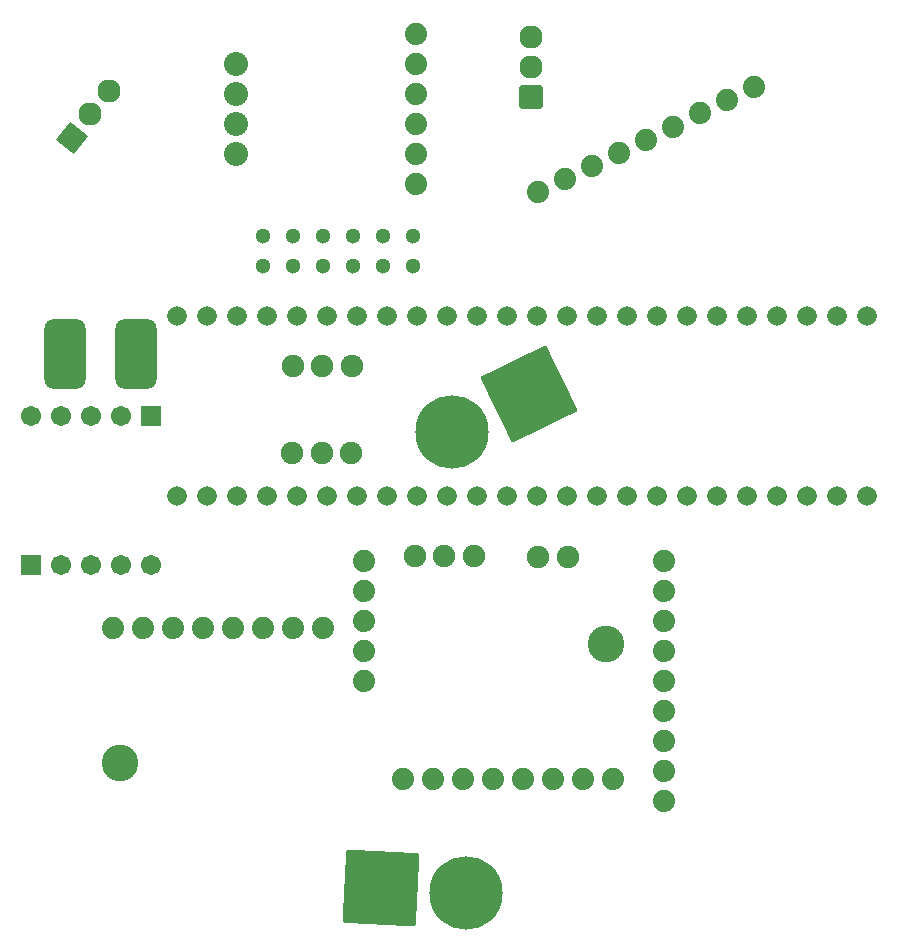
<source format=gts>
%TF.GenerationSoftware,KiCad,Pcbnew,7.0.9*%
%TF.CreationDate,2024-01-17T22:54:14-05:00*%
%TF.ProjectId,payload24,7061796c-6f61-4643-9234-2e6b69636164,2*%
%TF.SameCoordinates,Original*%
%TF.FileFunction,Soldermask,Top*%
%TF.FilePolarity,Negative*%
%FSLAX46Y46*%
G04 Gerber Fmt 4.6, Leading zero omitted, Abs format (unit mm)*
G04 Created by KiCad (PCBNEW 7.0.9) date 2024-01-17 22:54:14*
%MOMM*%
%LPD*%
G01*
G04 APERTURE LIST*
G04 Aperture macros list*
%AMRoundRect*
0 Rectangle with rounded corners*
0 $1 Rounding radius*
0 $2 $3 $4 $5 $6 $7 $8 $9 X,Y pos of 4 corners*
0 Add a 4 corners polygon primitive as box body*
4,1,4,$2,$3,$4,$5,$6,$7,$8,$9,$2,$3,0*
0 Add four circle primitives for the rounded corners*
1,1,$1+$1,$2,$3*
1,1,$1+$1,$4,$5*
1,1,$1+$1,$6,$7*
1,1,$1+$1,$8,$9*
0 Add four rect primitives between the rounded corners*
20,1,$1+$1,$2,$3,$4,$5,0*
20,1,$1+$1,$4,$5,$6,$7,0*
20,1,$1+$1,$6,$7,$8,$9,0*
20,1,$1+$1,$8,$9,$2,$3,0*%
G04 Aperture macros list end*
%ADD10C,1.879600*%
%ADD11C,3.101600*%
%ADD12C,1.905000*%
%ADD13RoundRect,0.875000X0.875000X-2.125000X0.875000X2.125000X-0.875000X2.125000X-0.875000X-2.125000X0*%
%ADD14C,6.204000*%
%ADD15RoundRect,0.102000X1.381269X4.011496X-4.011496X1.381269X-1.381269X-4.011496X4.011496X-1.381269X0*%
%ADD16RoundRect,0.102000X-0.754000X0.754000X-0.754000X-0.754000X0.754000X-0.754000X0.754000X0.754000X0*%
%ADD17C,1.712000*%
%ADD18C,2.032000*%
%ADD19C,1.300000*%
%ADD20RoundRect,0.102000X-3.152896X-2.838881X2.838881X-3.152896X3.152896X2.838881X-2.838881X3.152896X0*%
%ADD21RoundRect,0.102000X0.129717X-1.234174X1.234174X0.129717X-0.129717X1.234174X-1.234174X-0.129717X0*%
%ADD22C,1.959000*%
%ADD23C,1.665000*%
%ADD24RoundRect,0.102000X0.877500X-0.877500X0.877500X0.877500X-0.877500X0.877500X-0.877500X-0.877500X0*%
G04 APERTURE END LIST*
D10*
%TO.C,U8*%
X54344518Y-77134565D03*
X51804518Y-77134565D03*
X49264518Y-77134565D03*
X46724518Y-77134565D03*
X44184518Y-77134565D03*
X41644518Y-77134565D03*
X39104518Y-77134565D03*
X36564518Y-77134565D03*
D11*
X37199518Y-88564565D03*
%TD*%
D12*
%TO.C,J4*%
X51770372Y-62293844D03*
X54270372Y-62293844D03*
X56770372Y-62293844D03*
%TD*%
D10*
%TO.C,U2*%
X61159000Y-89914000D03*
X63699000Y-89914000D03*
X66239000Y-89914000D03*
X68779000Y-89914000D03*
X71319000Y-89914000D03*
X73859000Y-89914000D03*
X76399000Y-89914000D03*
X78939000Y-89914000D03*
D11*
X78304000Y-78484000D03*
%TD*%
D13*
%TO.C,SW1*%
X32532800Y-53950000D03*
X38526413Y-53950000D03*
%TD*%
D14*
%TO.C,U7*%
X65320253Y-60498163D03*
D15*
X71791571Y-57341891D03*
%TD*%
D16*
%TO.C,U13*%
X29699294Y-71810130D03*
D17*
X32239294Y-71810130D03*
X34779294Y-71810130D03*
X37319294Y-71810130D03*
X39859294Y-71810130D03*
X29699294Y-59135130D03*
X32239294Y-59135130D03*
X34779294Y-59135130D03*
X37319294Y-59135130D03*
D16*
X39859294Y-59135130D03*
%TD*%
D12*
%TO.C,J3*%
X72610880Y-71074127D03*
X75110880Y-71074127D03*
%TD*%
D10*
%TO.C,U3*%
X72577881Y-40236034D03*
X74860817Y-39122571D03*
X77143754Y-38009108D03*
X79426691Y-36895646D03*
X81709628Y-35782183D03*
X83992565Y-34668720D03*
X86275502Y-33555258D03*
X88558439Y-32441795D03*
X90841376Y-31328332D03*
%TD*%
%TO.C,U14*%
X62259239Y-39521461D03*
X62259239Y-36981461D03*
X62259239Y-34441461D03*
X62259239Y-31901461D03*
X62259239Y-29361461D03*
X62259239Y-26821461D03*
D18*
X47019239Y-36981461D03*
X47019239Y-34441461D03*
X47019239Y-31901461D03*
X47019239Y-29361461D03*
%TD*%
D12*
%TO.C,J1*%
X56826723Y-54902201D03*
X54326723Y-54902201D03*
X51826723Y-54902201D03*
%TD*%
%TO.C,J2*%
X62148487Y-71024550D03*
X64648487Y-71024550D03*
X67148487Y-71024550D03*
%TD*%
D10*
%TO.C,U4*%
X83252577Y-71461024D03*
X83252577Y-74001024D03*
X83252577Y-76541024D03*
X83252577Y-79081024D03*
X83252577Y-81621024D03*
X83252577Y-84161024D03*
X83252577Y-86701024D03*
X83252577Y-89241024D03*
X83252577Y-91781024D03*
X57852577Y-71461024D03*
X57852577Y-74001024D03*
X57852577Y-76541024D03*
X57852577Y-79081024D03*
X57852577Y-81621024D03*
%TD*%
D19*
%TO.C,U5*%
X62029875Y-43918660D03*
X62029875Y-46458660D03*
X59489875Y-46458660D03*
X59489875Y-43918660D03*
X56949875Y-46458660D03*
X56949875Y-43918660D03*
X54409875Y-46458660D03*
X54409875Y-43918660D03*
X51869875Y-46458660D03*
X51869875Y-43918660D03*
X49329875Y-46458660D03*
X49329875Y-43918660D03*
%TD*%
D14*
%TO.C,U6*%
X66491412Y-99531528D03*
D20*
X59301280Y-99154710D03*
%TD*%
D21*
%TO.C,Q2*%
X33094386Y-35601866D03*
D22*
X34692860Y-33627915D03*
X36291334Y-31653964D03*
%TD*%
D23*
%TO.C,U1*%
X44517848Y-50719301D03*
X47057848Y-50719301D03*
X49597848Y-50719301D03*
X52137848Y-50719301D03*
X77537848Y-50719301D03*
X47057848Y-65959301D03*
X54677848Y-50719301D03*
X57217848Y-50719301D03*
X59757848Y-50719301D03*
X62297848Y-50719301D03*
X64837848Y-50719301D03*
X67377848Y-50719301D03*
X69917848Y-50719301D03*
X72457848Y-50719301D03*
X74997848Y-50719301D03*
X74997848Y-65959301D03*
X72457848Y-65959301D03*
X69917848Y-65959301D03*
X67377848Y-65959301D03*
X64837848Y-65959301D03*
X62297848Y-65959301D03*
X59757848Y-65959301D03*
X57217848Y-65959301D03*
X54677848Y-65959301D03*
X52137848Y-65959301D03*
X49597848Y-65959301D03*
X80077848Y-50719301D03*
X82617848Y-50719301D03*
X85157848Y-50719301D03*
X87697848Y-50719301D03*
X90237848Y-50719301D03*
X92777848Y-50719301D03*
X95317848Y-50719301D03*
X97857848Y-50719301D03*
X100397848Y-50719301D03*
X100397848Y-65959301D03*
X97857848Y-65959301D03*
X95317848Y-65959301D03*
X92777848Y-65959301D03*
X90237848Y-65959301D03*
X87697848Y-65959301D03*
X85157848Y-65959301D03*
X82617848Y-65959301D03*
X80077848Y-65959301D03*
X41977848Y-50719301D03*
X77537848Y-65959301D03*
X44517848Y-65959301D03*
X41977848Y-65959301D03*
%TD*%
D24*
%TO.C,Q1*%
X72010000Y-32190000D03*
D22*
X72010000Y-29650000D03*
X72010000Y-27110000D03*
%TD*%
M02*

</source>
